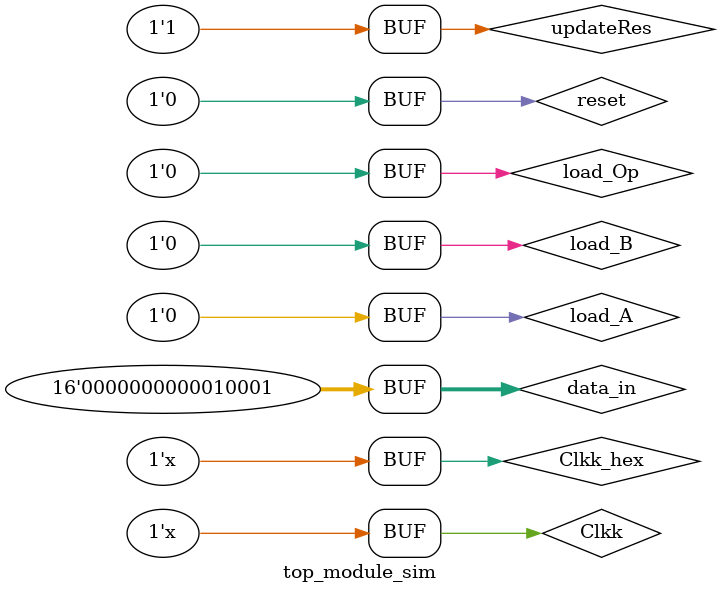
<source format=sv>
`timescale 1ns / 1ps

module top_module_sim;
    logic [15:0] data_in;
    logic load_A, load_B, load_Op, updateRes;
    logic Clkk = 1'b0; // Inicializa Clk
    logic Clkk_hex = 1'b0; // Inicializa Clk_hex
    logic reset = 1'b1; // Inicializa reset
    logic [4:0] LEDs;
    logic [6:0] Segments;
    logic [7:0] Anodes;
    
    top_module #(.M(16)) Register_ALU(
        .data_in(data_in),
        .load_A(load_A),
        .load_B(load_B),
        .load_Op(load_Op),
        .updateRes(updateRes),
        .Clk(Clkk),
        .Clk_hex(Clkk_hex),
        .reset(reset),
        .LEDs(LEDs),
        .Segments(Segments),
        .Anodes(Anodes)
    );
    
    // Genera Clk y Clk_hex
    always #5 Clkk = ~Clkk;
    always #40 Clkk_hex = ~Clkk_hex;
    
    initial begin
        reset = 1'b0;
        #5;
        reset = 1'b1; // Activa reset nuevamente para simular un flanco positivo de reset
        #45;
        reset = 1'b0;
        
        // Simula operaciones de carga
        data_in = 16'd4;
        load_A = 1'b1;
        #10;
        load_A = 1'b0;
        #5;
        
        data_in = 16'd17;
        load_B = 1'b1;
        load_Op = 1'b1;
        #10;
        load_B = 1'b0;
        load_Op = 1'b0;
        
        #40;
        updateRes='b1;
        #10;
        //updateRes='b0;
    end
endmodule

</source>
